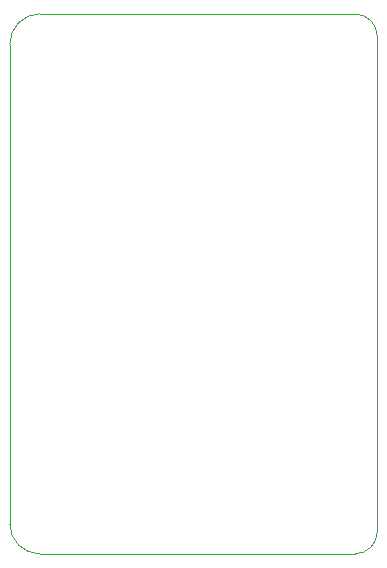
<source format=gm1>
G04 #@! TF.GenerationSoftware,KiCad,Pcbnew,7.0.2*
G04 #@! TF.CreationDate,2023-04-27T12:09:37-07:00*
G04 #@! TF.ProjectId,Flamingo Nano 33 BLE Rev 2,466c616d-696e-4676-9f20-4e616e6f2033,rev?*
G04 #@! TF.SameCoordinates,Original*
G04 #@! TF.FileFunction,Profile,NP*
%FSLAX46Y46*%
G04 Gerber Fmt 4.6, Leading zero omitted, Abs format (unit mm)*
G04 Created by KiCad (PCBNEW 7.0.2) date 2023-04-27 12:09:37*
%MOMM*%
%LPD*%
G01*
G04 APERTURE LIST*
G04 #@! TA.AperFunction,Profile*
%ADD10C,0.100000*%
G04 #@! TD*
G04 APERTURE END LIST*
D10*
X81915000Y-52070000D02*
G75*
G03*
X79375000Y-54610000I0J-2540000D01*
G01*
X108585000Y-97790000D02*
X81915000Y-97790000D01*
X110490000Y-53975000D02*
X110490000Y-95885000D01*
X110490000Y-53975000D02*
G75*
G03*
X108585000Y-52070000I-1905000J0D01*
G01*
X79375000Y-95250000D02*
X79375000Y-54610000D01*
X108585000Y-97790000D02*
G75*
G03*
X110490000Y-95885000I0J1905000D01*
G01*
X79375000Y-95250000D02*
G75*
G03*
X81915000Y-97790000I2540000J0D01*
G01*
X81915000Y-52070000D02*
X108585000Y-52070000D01*
M02*

</source>
